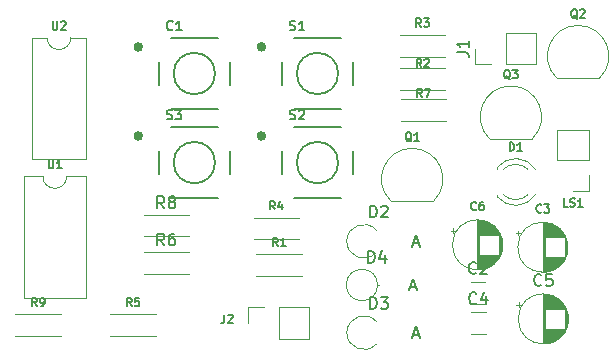
<source format=gbr>
%TF.GenerationSoftware,KiCad,Pcbnew,(5.1.12)-1*%
%TF.CreationDate,2023-08-23T15:12:03+05:30*%
%TF.ProjectId,Smart vibration sensor alaram,536d6172-7420-4766-9962-726174696f6e,rev?*%
%TF.SameCoordinates,Original*%
%TF.FileFunction,Legend,Top*%
%TF.FilePolarity,Positive*%
%FSLAX46Y46*%
G04 Gerber Fmt 4.6, Leading zero omitted, Abs format (unit mm)*
G04 Created by KiCad (PCBNEW (5.1.12)-1) date 2023-08-23 15:12:03*
%MOMM*%
%LPD*%
G01*
G04 APERTURE LIST*
%ADD10C,0.120000*%
%ADD11C,0.127000*%
%ADD12C,0.400000*%
%ADD13C,0.150000*%
G04 APERTURE END LIST*
D10*
%TO.C,R7*%
X137220000Y-82530000D02*
X141060000Y-82530000D01*
X137220000Y-84370000D02*
X141060000Y-84370000D01*
%TO.C,U2*%
X109285001Y-77345001D02*
G75*
G02*
X107285001Y-77345001I-1000000J0D01*
G01*
X107285001Y-77345001D02*
X106035001Y-77345001D01*
X106035001Y-77345001D02*
X106035001Y-87625001D01*
X106035001Y-87625001D02*
X110535001Y-87625001D01*
X110535001Y-87625001D02*
X110535001Y-77345001D01*
X110535001Y-77345001D02*
X109285001Y-77345001D01*
%TO.C,U1*%
X108935001Y-89095001D02*
G75*
G02*
X106935001Y-89095001I-1000000J0D01*
G01*
X106935001Y-89095001D02*
X105285001Y-89095001D01*
X105285001Y-89095001D02*
X105285001Y-99375001D01*
X105285001Y-99375001D02*
X110585001Y-99375001D01*
X110585001Y-99375001D02*
X110585001Y-89095001D01*
X110585001Y-89095001D02*
X108935001Y-89095001D01*
D11*
%TO.C,S3*%
X116750001Y-86915001D02*
X116750001Y-88915001D01*
X122750001Y-86915001D02*
X122750001Y-88915001D01*
X117750001Y-84915001D02*
X121750001Y-84915001D01*
X117750001Y-90915001D02*
X121750001Y-90915001D01*
X121500001Y-87915001D02*
G75*
G03*
X121500001Y-87915001I-1750000J0D01*
G01*
D12*
X115200001Y-85665001D02*
G75*
G03*
X115200001Y-85665001I-200000J0D01*
G01*
D11*
%TO.C,S2*%
X127170001Y-86915001D02*
X127170001Y-88915001D01*
X133170001Y-86915001D02*
X133170001Y-88915001D01*
X128170001Y-84915001D02*
X132170001Y-84915001D01*
X128170001Y-90915001D02*
X132170001Y-90915001D01*
X131920001Y-87915001D02*
G75*
G03*
X131920001Y-87915001I-1750000J0D01*
G01*
D12*
X125620001Y-85665001D02*
G75*
G03*
X125620001Y-85665001I-200000J0D01*
G01*
D11*
%TO.C,S1*%
X127170001Y-79375001D02*
X127170001Y-81375001D01*
X133170001Y-79375001D02*
X133170001Y-81375001D01*
X128170001Y-77375001D02*
X132170001Y-77375001D01*
X128170001Y-83375001D02*
X132170001Y-83375001D01*
X131920001Y-80375001D02*
G75*
G03*
X131920001Y-80375001I-1750000J0D01*
G01*
D12*
X125620001Y-78125001D02*
G75*
G03*
X125620001Y-78125001I-200000J0D01*
G01*
D10*
%TO.C,R9*%
X104595001Y-100755001D02*
X108435001Y-100755001D01*
X104595001Y-102595001D02*
X108435001Y-102595001D01*
%TO.C,R8*%
X115445001Y-92335001D02*
X119285001Y-92335001D01*
X115445001Y-94175001D02*
X119285001Y-94175001D01*
%TO.C,R6*%
X115445001Y-95485001D02*
X119285001Y-95485001D01*
X115445001Y-97325001D02*
X119285001Y-97325001D01*
%TO.C,R5*%
X112625001Y-100755001D02*
X116465001Y-100755001D01*
X112625001Y-102595001D02*
X116465001Y-102595001D01*
%TO.C,R4*%
X124770000Y-92570000D02*
X128610000Y-92570000D01*
X124770000Y-94410000D02*
X128610000Y-94410000D01*
%TO.C,R3*%
X137150000Y-77100000D02*
X140990000Y-77100000D01*
X137150000Y-78940000D02*
X140990000Y-78940000D01*
%TO.C,R2*%
X137120000Y-79950000D02*
X140960000Y-79950000D01*
X137120000Y-81790000D02*
X140960000Y-81790000D01*
%TO.C,R1*%
X125010000Y-95690000D02*
X128850000Y-95690000D01*
X125010000Y-97530000D02*
X128850000Y-97530000D01*
%TO.C,Q3*%
X148388478Y-85868478D02*
G75*
G03*
X146550000Y-81430000I-1838478J1838478D01*
G01*
X144711522Y-85868478D02*
G75*
G02*
X146550000Y-81430000I1838478J1838478D01*
G01*
X144750000Y-85880000D02*
X148350000Y-85880000D01*
%TO.C,Q2*%
X154078478Y-80738478D02*
G75*
G03*
X152240000Y-76300000I-1838478J1838478D01*
G01*
X150401522Y-80738478D02*
G75*
G02*
X152240000Y-76300000I1838478J1838478D01*
G01*
X150440000Y-80750000D02*
X154040000Y-80750000D01*
%TO.C,Q1*%
X140033479Y-91143479D02*
G75*
G03*
X138195001Y-86705001I-1838478J1838478D01*
G01*
X136356523Y-91143479D02*
G75*
G02*
X138195001Y-86705001I1838478J1838478D01*
G01*
X136395001Y-91155001D02*
X139995001Y-91155001D01*
%TO.C,LS1*%
X153140000Y-85130000D02*
X150480000Y-85130000D01*
X153140000Y-87730000D02*
X153140000Y-85130000D01*
X150480000Y-87730000D02*
X150480000Y-85130000D01*
X153140000Y-87730000D02*
X150480000Y-87730000D01*
X153140000Y-89000000D02*
X153140000Y-90330000D01*
X153140000Y-90330000D02*
X151810000Y-90330000D01*
%TO.C,J2*%
X126890000Y-102830000D02*
X126890000Y-100170000D01*
X126890000Y-102830000D02*
X129490000Y-102830000D01*
X129490000Y-102830000D02*
X129490000Y-100170000D01*
X126890000Y-100170000D02*
X129490000Y-100170000D01*
X124290000Y-100170000D02*
X125620000Y-100170000D01*
X124290000Y-101500000D02*
X124290000Y-100170000D01*
%TO.C,J1*%
X148710000Y-79590000D02*
X148710000Y-76930000D01*
X146110000Y-79590000D02*
X148710000Y-79590000D01*
X146110000Y-76930000D02*
X148710000Y-76930000D01*
X146110000Y-79590000D02*
X146110000Y-76930000D01*
X144840000Y-79590000D02*
X143510000Y-79590000D01*
X143510000Y-79590000D02*
X143510000Y-78260000D01*
%TO.C,D4*%
X135266371Y-98280000D02*
G75*
G03*
X135266371Y-98280000I-1326371J0D01*
G01*
X135266371Y-98280000D02*
X135380000Y-98280000D01*
%TO.C,D3*%
X135143850Y-103288866D02*
G75*
G02*
X135203239Y-101420000I-1053850J968866D01*
G01*
%TO.C,D2*%
X135133850Y-95548866D02*
G75*
G02*
X135193239Y-93680000I-1053850J968866D01*
G01*
%TO.C,D1*%
X147991130Y-90639837D02*
G75*
G02*
X145909039Y-90640000I-1041130J1079837D01*
G01*
X147991130Y-88480163D02*
G75*
G03*
X145909039Y-88480000I-1041130J-1079837D01*
G01*
X148622335Y-90638608D02*
G75*
G02*
X145390000Y-90795516I-1672335J1078608D01*
G01*
X148622335Y-88481392D02*
G75*
G03*
X145390000Y-88324484I-1672335J-1078608D01*
G01*
X145390000Y-88324000D02*
X145390000Y-88480000D01*
X145390000Y-90640000D02*
X145390000Y-90796000D01*
%TO.C,C6*%
X145840000Y-94880000D02*
G75*
G03*
X145840000Y-94880000I-2120000J0D01*
G01*
X143720000Y-92800000D02*
X143720000Y-96960000D01*
X143760000Y-92800000D02*
X143760000Y-96960000D01*
X143800000Y-92801000D02*
X143800000Y-96959000D01*
X143840000Y-92803000D02*
X143840000Y-96957000D01*
X143880000Y-92806000D02*
X143880000Y-96954000D01*
X143920000Y-92809000D02*
X143920000Y-94040000D01*
X143920000Y-95720000D02*
X143920000Y-96951000D01*
X143960000Y-92813000D02*
X143960000Y-94040000D01*
X143960000Y-95720000D02*
X143960000Y-96947000D01*
X144000000Y-92818000D02*
X144000000Y-94040000D01*
X144000000Y-95720000D02*
X144000000Y-96942000D01*
X144040000Y-92824000D02*
X144040000Y-94040000D01*
X144040000Y-95720000D02*
X144040000Y-96936000D01*
X144080000Y-92830000D02*
X144080000Y-94040000D01*
X144080000Y-95720000D02*
X144080000Y-96930000D01*
X144120000Y-92838000D02*
X144120000Y-94040000D01*
X144120000Y-95720000D02*
X144120000Y-96922000D01*
X144160000Y-92846000D02*
X144160000Y-94040000D01*
X144160000Y-95720000D02*
X144160000Y-96914000D01*
X144200000Y-92855000D02*
X144200000Y-94040000D01*
X144200000Y-95720000D02*
X144200000Y-96905000D01*
X144240000Y-92864000D02*
X144240000Y-94040000D01*
X144240000Y-95720000D02*
X144240000Y-96896000D01*
X144280000Y-92875000D02*
X144280000Y-94040000D01*
X144280000Y-95720000D02*
X144280000Y-96885000D01*
X144320000Y-92886000D02*
X144320000Y-94040000D01*
X144320000Y-95720000D02*
X144320000Y-96874000D01*
X144360000Y-92898000D02*
X144360000Y-94040000D01*
X144360000Y-95720000D02*
X144360000Y-96862000D01*
X144400000Y-92912000D02*
X144400000Y-94040000D01*
X144400000Y-95720000D02*
X144400000Y-96848000D01*
X144441000Y-92926000D02*
X144441000Y-94040000D01*
X144441000Y-95720000D02*
X144441000Y-96834000D01*
X144481000Y-92940000D02*
X144481000Y-94040000D01*
X144481000Y-95720000D02*
X144481000Y-96820000D01*
X144521000Y-92956000D02*
X144521000Y-94040000D01*
X144521000Y-95720000D02*
X144521000Y-96804000D01*
X144561000Y-92973000D02*
X144561000Y-94040000D01*
X144561000Y-95720000D02*
X144561000Y-96787000D01*
X144601000Y-92991000D02*
X144601000Y-94040000D01*
X144601000Y-95720000D02*
X144601000Y-96769000D01*
X144641000Y-93010000D02*
X144641000Y-94040000D01*
X144641000Y-95720000D02*
X144641000Y-96750000D01*
X144681000Y-93029000D02*
X144681000Y-94040000D01*
X144681000Y-95720000D02*
X144681000Y-96731000D01*
X144721000Y-93050000D02*
X144721000Y-94040000D01*
X144721000Y-95720000D02*
X144721000Y-96710000D01*
X144761000Y-93072000D02*
X144761000Y-94040000D01*
X144761000Y-95720000D02*
X144761000Y-96688000D01*
X144801000Y-93095000D02*
X144801000Y-94040000D01*
X144801000Y-95720000D02*
X144801000Y-96665000D01*
X144841000Y-93120000D02*
X144841000Y-94040000D01*
X144841000Y-95720000D02*
X144841000Y-96640000D01*
X144881000Y-93145000D02*
X144881000Y-94040000D01*
X144881000Y-95720000D02*
X144881000Y-96615000D01*
X144921000Y-93172000D02*
X144921000Y-94040000D01*
X144921000Y-95720000D02*
X144921000Y-96588000D01*
X144961000Y-93200000D02*
X144961000Y-94040000D01*
X144961000Y-95720000D02*
X144961000Y-96560000D01*
X145001000Y-93230000D02*
X145001000Y-94040000D01*
X145001000Y-95720000D02*
X145001000Y-96530000D01*
X145041000Y-93261000D02*
X145041000Y-94040000D01*
X145041000Y-95720000D02*
X145041000Y-96499000D01*
X145081000Y-93293000D02*
X145081000Y-94040000D01*
X145081000Y-95720000D02*
X145081000Y-96467000D01*
X145121000Y-93328000D02*
X145121000Y-94040000D01*
X145121000Y-95720000D02*
X145121000Y-96432000D01*
X145161000Y-93364000D02*
X145161000Y-94040000D01*
X145161000Y-95720000D02*
X145161000Y-96396000D01*
X145201000Y-93402000D02*
X145201000Y-94040000D01*
X145201000Y-95720000D02*
X145201000Y-96358000D01*
X145241000Y-93442000D02*
X145241000Y-94040000D01*
X145241000Y-95720000D02*
X145241000Y-96318000D01*
X145281000Y-93484000D02*
X145281000Y-94040000D01*
X145281000Y-95720000D02*
X145281000Y-96276000D01*
X145321000Y-93529000D02*
X145321000Y-94040000D01*
X145321000Y-95720000D02*
X145321000Y-96231000D01*
X145361000Y-93576000D02*
X145361000Y-94040000D01*
X145361000Y-95720000D02*
X145361000Y-96184000D01*
X145401000Y-93626000D02*
X145401000Y-94040000D01*
X145401000Y-95720000D02*
X145401000Y-96134000D01*
X145441000Y-93680000D02*
X145441000Y-94040000D01*
X145441000Y-95720000D02*
X145441000Y-96080000D01*
X145481000Y-93738000D02*
X145481000Y-94040000D01*
X145481000Y-95720000D02*
X145481000Y-96022000D01*
X145521000Y-93800000D02*
X145521000Y-94040000D01*
X145521000Y-95720000D02*
X145521000Y-95960000D01*
X145561000Y-93867000D02*
X145561000Y-95893000D01*
X145601000Y-93940000D02*
X145601000Y-95820000D01*
X145641000Y-94021000D02*
X145641000Y-95739000D01*
X145681000Y-94112000D02*
X145681000Y-95648000D01*
X145721000Y-94216000D02*
X145721000Y-95544000D01*
X145761000Y-94343000D02*
X145761000Y-95417000D01*
X145801000Y-94510000D02*
X145801000Y-95250000D01*
X141450199Y-93685000D02*
X141850199Y-93685000D01*
X141650199Y-93485000D02*
X141650199Y-93885000D01*
%TO.C,C5*%
X151410000Y-101150000D02*
G75*
G03*
X151410000Y-101150000I-2120000J0D01*
G01*
X149290000Y-99070000D02*
X149290000Y-103230000D01*
X149330000Y-99070000D02*
X149330000Y-103230000D01*
X149370000Y-99071000D02*
X149370000Y-103229000D01*
X149410000Y-99073000D02*
X149410000Y-103227000D01*
X149450000Y-99076000D02*
X149450000Y-103224000D01*
X149490000Y-99079000D02*
X149490000Y-100310000D01*
X149490000Y-101990000D02*
X149490000Y-103221000D01*
X149530000Y-99083000D02*
X149530000Y-100310000D01*
X149530000Y-101990000D02*
X149530000Y-103217000D01*
X149570000Y-99088000D02*
X149570000Y-100310000D01*
X149570000Y-101990000D02*
X149570000Y-103212000D01*
X149610000Y-99094000D02*
X149610000Y-100310000D01*
X149610000Y-101990000D02*
X149610000Y-103206000D01*
X149650000Y-99100000D02*
X149650000Y-100310000D01*
X149650000Y-101990000D02*
X149650000Y-103200000D01*
X149690000Y-99108000D02*
X149690000Y-100310000D01*
X149690000Y-101990000D02*
X149690000Y-103192000D01*
X149730000Y-99116000D02*
X149730000Y-100310000D01*
X149730000Y-101990000D02*
X149730000Y-103184000D01*
X149770000Y-99125000D02*
X149770000Y-100310000D01*
X149770000Y-101990000D02*
X149770000Y-103175000D01*
X149810000Y-99134000D02*
X149810000Y-100310000D01*
X149810000Y-101990000D02*
X149810000Y-103166000D01*
X149850000Y-99145000D02*
X149850000Y-100310000D01*
X149850000Y-101990000D02*
X149850000Y-103155000D01*
X149890000Y-99156000D02*
X149890000Y-100310000D01*
X149890000Y-101990000D02*
X149890000Y-103144000D01*
X149930000Y-99168000D02*
X149930000Y-100310000D01*
X149930000Y-101990000D02*
X149930000Y-103132000D01*
X149970000Y-99182000D02*
X149970000Y-100310000D01*
X149970000Y-101990000D02*
X149970000Y-103118000D01*
X150011000Y-99196000D02*
X150011000Y-100310000D01*
X150011000Y-101990000D02*
X150011000Y-103104000D01*
X150051000Y-99210000D02*
X150051000Y-100310000D01*
X150051000Y-101990000D02*
X150051000Y-103090000D01*
X150091000Y-99226000D02*
X150091000Y-100310000D01*
X150091000Y-101990000D02*
X150091000Y-103074000D01*
X150131000Y-99243000D02*
X150131000Y-100310000D01*
X150131000Y-101990000D02*
X150131000Y-103057000D01*
X150171000Y-99261000D02*
X150171000Y-100310000D01*
X150171000Y-101990000D02*
X150171000Y-103039000D01*
X150211000Y-99280000D02*
X150211000Y-100310000D01*
X150211000Y-101990000D02*
X150211000Y-103020000D01*
X150251000Y-99299000D02*
X150251000Y-100310000D01*
X150251000Y-101990000D02*
X150251000Y-103001000D01*
X150291000Y-99320000D02*
X150291000Y-100310000D01*
X150291000Y-101990000D02*
X150291000Y-102980000D01*
X150331000Y-99342000D02*
X150331000Y-100310000D01*
X150331000Y-101990000D02*
X150331000Y-102958000D01*
X150371000Y-99365000D02*
X150371000Y-100310000D01*
X150371000Y-101990000D02*
X150371000Y-102935000D01*
X150411000Y-99390000D02*
X150411000Y-100310000D01*
X150411000Y-101990000D02*
X150411000Y-102910000D01*
X150451000Y-99415000D02*
X150451000Y-100310000D01*
X150451000Y-101990000D02*
X150451000Y-102885000D01*
X150491000Y-99442000D02*
X150491000Y-100310000D01*
X150491000Y-101990000D02*
X150491000Y-102858000D01*
X150531000Y-99470000D02*
X150531000Y-100310000D01*
X150531000Y-101990000D02*
X150531000Y-102830000D01*
X150571000Y-99500000D02*
X150571000Y-100310000D01*
X150571000Y-101990000D02*
X150571000Y-102800000D01*
X150611000Y-99531000D02*
X150611000Y-100310000D01*
X150611000Y-101990000D02*
X150611000Y-102769000D01*
X150651000Y-99563000D02*
X150651000Y-100310000D01*
X150651000Y-101990000D02*
X150651000Y-102737000D01*
X150691000Y-99598000D02*
X150691000Y-100310000D01*
X150691000Y-101990000D02*
X150691000Y-102702000D01*
X150731000Y-99634000D02*
X150731000Y-100310000D01*
X150731000Y-101990000D02*
X150731000Y-102666000D01*
X150771000Y-99672000D02*
X150771000Y-100310000D01*
X150771000Y-101990000D02*
X150771000Y-102628000D01*
X150811000Y-99712000D02*
X150811000Y-100310000D01*
X150811000Y-101990000D02*
X150811000Y-102588000D01*
X150851000Y-99754000D02*
X150851000Y-100310000D01*
X150851000Y-101990000D02*
X150851000Y-102546000D01*
X150891000Y-99799000D02*
X150891000Y-100310000D01*
X150891000Y-101990000D02*
X150891000Y-102501000D01*
X150931000Y-99846000D02*
X150931000Y-100310000D01*
X150931000Y-101990000D02*
X150931000Y-102454000D01*
X150971000Y-99896000D02*
X150971000Y-100310000D01*
X150971000Y-101990000D02*
X150971000Y-102404000D01*
X151011000Y-99950000D02*
X151011000Y-100310000D01*
X151011000Y-101990000D02*
X151011000Y-102350000D01*
X151051000Y-100008000D02*
X151051000Y-100310000D01*
X151051000Y-101990000D02*
X151051000Y-102292000D01*
X151091000Y-100070000D02*
X151091000Y-100310000D01*
X151091000Y-101990000D02*
X151091000Y-102230000D01*
X151131000Y-100137000D02*
X151131000Y-102163000D01*
X151171000Y-100210000D02*
X151171000Y-102090000D01*
X151211000Y-100291000D02*
X151211000Y-102009000D01*
X151251000Y-100382000D02*
X151251000Y-101918000D01*
X151291000Y-100486000D02*
X151291000Y-101814000D01*
X151331000Y-100613000D02*
X151331000Y-101687000D01*
X151371000Y-100780000D02*
X151371000Y-101520000D01*
X147020199Y-99955000D02*
X147420199Y-99955000D01*
X147220199Y-99755000D02*
X147220199Y-100155000D01*
%TO.C,C4*%
X143161000Y-100590000D02*
X144419000Y-100590000D01*
X143161000Y-102430000D02*
X144419000Y-102430000D01*
%TO.C,C3*%
X151370000Y-95080000D02*
G75*
G03*
X151370000Y-95080000I-2120000J0D01*
G01*
X149250000Y-93000000D02*
X149250000Y-97160000D01*
X149290000Y-93000000D02*
X149290000Y-97160000D01*
X149330000Y-93001000D02*
X149330000Y-97159000D01*
X149370000Y-93003000D02*
X149370000Y-97157000D01*
X149410000Y-93006000D02*
X149410000Y-97154000D01*
X149450000Y-93009000D02*
X149450000Y-94240000D01*
X149450000Y-95920000D02*
X149450000Y-97151000D01*
X149490000Y-93013000D02*
X149490000Y-94240000D01*
X149490000Y-95920000D02*
X149490000Y-97147000D01*
X149530000Y-93018000D02*
X149530000Y-94240000D01*
X149530000Y-95920000D02*
X149530000Y-97142000D01*
X149570000Y-93024000D02*
X149570000Y-94240000D01*
X149570000Y-95920000D02*
X149570000Y-97136000D01*
X149610000Y-93030000D02*
X149610000Y-94240000D01*
X149610000Y-95920000D02*
X149610000Y-97130000D01*
X149650000Y-93038000D02*
X149650000Y-94240000D01*
X149650000Y-95920000D02*
X149650000Y-97122000D01*
X149690000Y-93046000D02*
X149690000Y-94240000D01*
X149690000Y-95920000D02*
X149690000Y-97114000D01*
X149730000Y-93055000D02*
X149730000Y-94240000D01*
X149730000Y-95920000D02*
X149730000Y-97105000D01*
X149770000Y-93064000D02*
X149770000Y-94240000D01*
X149770000Y-95920000D02*
X149770000Y-97096000D01*
X149810000Y-93075000D02*
X149810000Y-94240000D01*
X149810000Y-95920000D02*
X149810000Y-97085000D01*
X149850000Y-93086000D02*
X149850000Y-94240000D01*
X149850000Y-95920000D02*
X149850000Y-97074000D01*
X149890000Y-93098000D02*
X149890000Y-94240000D01*
X149890000Y-95920000D02*
X149890000Y-97062000D01*
X149930000Y-93112000D02*
X149930000Y-94240000D01*
X149930000Y-95920000D02*
X149930000Y-97048000D01*
X149971000Y-93126000D02*
X149971000Y-94240000D01*
X149971000Y-95920000D02*
X149971000Y-97034000D01*
X150011000Y-93140000D02*
X150011000Y-94240000D01*
X150011000Y-95920000D02*
X150011000Y-97020000D01*
X150051000Y-93156000D02*
X150051000Y-94240000D01*
X150051000Y-95920000D02*
X150051000Y-97004000D01*
X150091000Y-93173000D02*
X150091000Y-94240000D01*
X150091000Y-95920000D02*
X150091000Y-96987000D01*
X150131000Y-93191000D02*
X150131000Y-94240000D01*
X150131000Y-95920000D02*
X150131000Y-96969000D01*
X150171000Y-93210000D02*
X150171000Y-94240000D01*
X150171000Y-95920000D02*
X150171000Y-96950000D01*
X150211000Y-93229000D02*
X150211000Y-94240000D01*
X150211000Y-95920000D02*
X150211000Y-96931000D01*
X150251000Y-93250000D02*
X150251000Y-94240000D01*
X150251000Y-95920000D02*
X150251000Y-96910000D01*
X150291000Y-93272000D02*
X150291000Y-94240000D01*
X150291000Y-95920000D02*
X150291000Y-96888000D01*
X150331000Y-93295000D02*
X150331000Y-94240000D01*
X150331000Y-95920000D02*
X150331000Y-96865000D01*
X150371000Y-93320000D02*
X150371000Y-94240000D01*
X150371000Y-95920000D02*
X150371000Y-96840000D01*
X150411000Y-93345000D02*
X150411000Y-94240000D01*
X150411000Y-95920000D02*
X150411000Y-96815000D01*
X150451000Y-93372000D02*
X150451000Y-94240000D01*
X150451000Y-95920000D02*
X150451000Y-96788000D01*
X150491000Y-93400000D02*
X150491000Y-94240000D01*
X150491000Y-95920000D02*
X150491000Y-96760000D01*
X150531000Y-93430000D02*
X150531000Y-94240000D01*
X150531000Y-95920000D02*
X150531000Y-96730000D01*
X150571000Y-93461000D02*
X150571000Y-94240000D01*
X150571000Y-95920000D02*
X150571000Y-96699000D01*
X150611000Y-93493000D02*
X150611000Y-94240000D01*
X150611000Y-95920000D02*
X150611000Y-96667000D01*
X150651000Y-93528000D02*
X150651000Y-94240000D01*
X150651000Y-95920000D02*
X150651000Y-96632000D01*
X150691000Y-93564000D02*
X150691000Y-94240000D01*
X150691000Y-95920000D02*
X150691000Y-96596000D01*
X150731000Y-93602000D02*
X150731000Y-94240000D01*
X150731000Y-95920000D02*
X150731000Y-96558000D01*
X150771000Y-93642000D02*
X150771000Y-94240000D01*
X150771000Y-95920000D02*
X150771000Y-96518000D01*
X150811000Y-93684000D02*
X150811000Y-94240000D01*
X150811000Y-95920000D02*
X150811000Y-96476000D01*
X150851000Y-93729000D02*
X150851000Y-94240000D01*
X150851000Y-95920000D02*
X150851000Y-96431000D01*
X150891000Y-93776000D02*
X150891000Y-94240000D01*
X150891000Y-95920000D02*
X150891000Y-96384000D01*
X150931000Y-93826000D02*
X150931000Y-94240000D01*
X150931000Y-95920000D02*
X150931000Y-96334000D01*
X150971000Y-93880000D02*
X150971000Y-94240000D01*
X150971000Y-95920000D02*
X150971000Y-96280000D01*
X151011000Y-93938000D02*
X151011000Y-94240000D01*
X151011000Y-95920000D02*
X151011000Y-96222000D01*
X151051000Y-94000000D02*
X151051000Y-94240000D01*
X151051000Y-95920000D02*
X151051000Y-96160000D01*
X151091000Y-94067000D02*
X151091000Y-96093000D01*
X151131000Y-94140000D02*
X151131000Y-96020000D01*
X151171000Y-94221000D02*
X151171000Y-95939000D01*
X151211000Y-94312000D02*
X151211000Y-95848000D01*
X151251000Y-94416000D02*
X151251000Y-95744000D01*
X151291000Y-94543000D02*
X151291000Y-95617000D01*
X151331000Y-94710000D02*
X151331000Y-95450000D01*
X146980199Y-93885000D02*
X147380199Y-93885000D01*
X147180199Y-93685000D02*
X147180199Y-94085000D01*
%TO.C,C2*%
X143141000Y-98020000D02*
X144399000Y-98020000D01*
X143141000Y-99860000D02*
X144399000Y-99860000D01*
D11*
%TO.C,C1*%
X116750001Y-79375001D02*
X116750001Y-81375001D01*
X122750001Y-79375001D02*
X122750001Y-81375001D01*
X117750001Y-77375001D02*
X121750001Y-77375001D01*
X117750001Y-83375001D02*
X121750001Y-83375001D01*
X121500001Y-80375001D02*
G75*
G03*
X121500001Y-80375001I-1750000J0D01*
G01*
D12*
X115200001Y-78125001D02*
G75*
G03*
X115200001Y-78125001I-200000J0D01*
G01*
%TO.C,R7*%
D13*
X139023333Y-82366666D02*
X138790000Y-82033333D01*
X138623333Y-82366666D02*
X138623333Y-81666666D01*
X138890000Y-81666666D01*
X138956666Y-81700000D01*
X138990000Y-81733333D01*
X139023333Y-81800000D01*
X139023333Y-81900000D01*
X138990000Y-81966666D01*
X138956666Y-82000000D01*
X138890000Y-82033333D01*
X138623333Y-82033333D01*
X139256666Y-81666666D02*
X139723333Y-81666666D01*
X139423333Y-82366666D01*
%TO.C,U2*%
X107751667Y-75961667D02*
X107751667Y-76528334D01*
X107785001Y-76595001D01*
X107818334Y-76628334D01*
X107885001Y-76661667D01*
X108018334Y-76661667D01*
X108085001Y-76628334D01*
X108118334Y-76595001D01*
X108151667Y-76528334D01*
X108151667Y-75961667D01*
X108451667Y-76028334D02*
X108485001Y-75995001D01*
X108551667Y-75961667D01*
X108718334Y-75961667D01*
X108785001Y-75995001D01*
X108818334Y-76028334D01*
X108851667Y-76095001D01*
X108851667Y-76161667D01*
X108818334Y-76261667D01*
X108418334Y-76661667D01*
X108851667Y-76661667D01*
%TO.C,U1*%
X107401667Y-87711667D02*
X107401667Y-88278334D01*
X107435001Y-88345001D01*
X107468334Y-88378334D01*
X107535001Y-88411667D01*
X107668334Y-88411667D01*
X107735001Y-88378334D01*
X107768334Y-88345001D01*
X107801667Y-88278334D01*
X107801667Y-87711667D01*
X108501667Y-88411667D02*
X108101667Y-88411667D01*
X108301667Y-88411667D02*
X108301667Y-87711667D01*
X108235001Y-87811667D01*
X108168334Y-87878334D01*
X108101667Y-87911667D01*
%TO.C,S3*%
X117426985Y-84225285D02*
X117541441Y-84263437D01*
X117732203Y-84263437D01*
X117808507Y-84225285D01*
X117846659Y-84187132D01*
X117884812Y-84110828D01*
X117884812Y-84034523D01*
X117846659Y-83958219D01*
X117808507Y-83920067D01*
X117732203Y-83881914D01*
X117579594Y-83843762D01*
X117503289Y-83805610D01*
X117465137Y-83767458D01*
X117426985Y-83691153D01*
X117426985Y-83614849D01*
X117465137Y-83538544D01*
X117503289Y-83500392D01*
X117579594Y-83462240D01*
X117770355Y-83462240D01*
X117884812Y-83500392D01*
X118151877Y-83462240D02*
X118647856Y-83462240D01*
X118380791Y-83767458D01*
X118495247Y-83767458D01*
X118571552Y-83805610D01*
X118609704Y-83843762D01*
X118647856Y-83920067D01*
X118647856Y-84110828D01*
X118609704Y-84187132D01*
X118571552Y-84225285D01*
X118495247Y-84263437D01*
X118266334Y-84263437D01*
X118190029Y-84225285D01*
X118151877Y-84187132D01*
%TO.C,S2*%
X127846985Y-84225285D02*
X127961441Y-84263437D01*
X128152203Y-84263437D01*
X128228507Y-84225285D01*
X128266659Y-84187132D01*
X128304812Y-84110828D01*
X128304812Y-84034523D01*
X128266659Y-83958219D01*
X128228507Y-83920067D01*
X128152203Y-83881914D01*
X127999594Y-83843762D01*
X127923289Y-83805610D01*
X127885137Y-83767458D01*
X127846985Y-83691153D01*
X127846985Y-83614849D01*
X127885137Y-83538544D01*
X127923289Y-83500392D01*
X127999594Y-83462240D01*
X128190355Y-83462240D01*
X128304812Y-83500392D01*
X128610029Y-83538544D02*
X128648182Y-83500392D01*
X128724486Y-83462240D01*
X128915247Y-83462240D01*
X128991552Y-83500392D01*
X129029704Y-83538544D01*
X129067856Y-83614849D01*
X129067856Y-83691153D01*
X129029704Y-83805610D01*
X128571877Y-84263437D01*
X129067856Y-84263437D01*
%TO.C,S1*%
X127846985Y-76685285D02*
X127961441Y-76723437D01*
X128152203Y-76723437D01*
X128228507Y-76685285D01*
X128266659Y-76647132D01*
X128304812Y-76570828D01*
X128304812Y-76494523D01*
X128266659Y-76418219D01*
X128228507Y-76380067D01*
X128152203Y-76341914D01*
X127999594Y-76303762D01*
X127923289Y-76265610D01*
X127885137Y-76227458D01*
X127846985Y-76151153D01*
X127846985Y-76074849D01*
X127885137Y-75998544D01*
X127923289Y-75960392D01*
X127999594Y-75922240D01*
X128190355Y-75922240D01*
X128304812Y-75960392D01*
X129067856Y-76723437D02*
X128610029Y-76723437D01*
X128838943Y-76723437D02*
X128838943Y-75922240D01*
X128762638Y-76036696D01*
X128686334Y-76113001D01*
X128610029Y-76151153D01*
%TO.C,R9*%
X106398334Y-100071667D02*
X106165001Y-99738334D01*
X105998334Y-100071667D02*
X105998334Y-99371667D01*
X106265001Y-99371667D01*
X106331667Y-99405001D01*
X106365001Y-99438334D01*
X106398334Y-99505001D01*
X106398334Y-99605001D01*
X106365001Y-99671667D01*
X106331667Y-99705001D01*
X106265001Y-99738334D01*
X105998334Y-99738334D01*
X106731667Y-100071667D02*
X106865001Y-100071667D01*
X106931667Y-100038334D01*
X106965001Y-100005001D01*
X107031667Y-99905001D01*
X107065001Y-99771667D01*
X107065001Y-99505001D01*
X107031667Y-99438334D01*
X106998334Y-99405001D01*
X106931667Y-99371667D01*
X106798334Y-99371667D01*
X106731667Y-99405001D01*
X106698334Y-99438334D01*
X106665001Y-99505001D01*
X106665001Y-99671667D01*
X106698334Y-99738334D01*
X106731667Y-99771667D01*
X106798334Y-99805001D01*
X106931667Y-99805001D01*
X106998334Y-99771667D01*
X107031667Y-99738334D01*
X107065001Y-99671667D01*
%TO.C,R8*%
X117198334Y-91787381D02*
X116865001Y-91311191D01*
X116626905Y-91787381D02*
X116626905Y-90787381D01*
X117007858Y-90787381D01*
X117103096Y-90835001D01*
X117150715Y-90882620D01*
X117198334Y-90977858D01*
X117198334Y-91120715D01*
X117150715Y-91215953D01*
X117103096Y-91263572D01*
X117007858Y-91311191D01*
X116626905Y-91311191D01*
X117769762Y-91215953D02*
X117674524Y-91168334D01*
X117626905Y-91120715D01*
X117579286Y-91025477D01*
X117579286Y-90977858D01*
X117626905Y-90882620D01*
X117674524Y-90835001D01*
X117769762Y-90787381D01*
X117960239Y-90787381D01*
X118055477Y-90835001D01*
X118103096Y-90882620D01*
X118150715Y-90977858D01*
X118150715Y-91025477D01*
X118103096Y-91120715D01*
X118055477Y-91168334D01*
X117960239Y-91215953D01*
X117769762Y-91215953D01*
X117674524Y-91263572D01*
X117626905Y-91311191D01*
X117579286Y-91406429D01*
X117579286Y-91596905D01*
X117626905Y-91692143D01*
X117674524Y-91739762D01*
X117769762Y-91787381D01*
X117960239Y-91787381D01*
X118055477Y-91739762D01*
X118103096Y-91692143D01*
X118150715Y-91596905D01*
X118150715Y-91406429D01*
X118103096Y-91311191D01*
X118055477Y-91263572D01*
X117960239Y-91215953D01*
%TO.C,R6*%
X117198334Y-94937381D02*
X116865001Y-94461191D01*
X116626905Y-94937381D02*
X116626905Y-93937381D01*
X117007858Y-93937381D01*
X117103096Y-93985001D01*
X117150715Y-94032620D01*
X117198334Y-94127858D01*
X117198334Y-94270715D01*
X117150715Y-94365953D01*
X117103096Y-94413572D01*
X117007858Y-94461191D01*
X116626905Y-94461191D01*
X118055477Y-93937381D02*
X117865001Y-93937381D01*
X117769762Y-93985001D01*
X117722143Y-94032620D01*
X117626905Y-94175477D01*
X117579286Y-94365953D01*
X117579286Y-94746905D01*
X117626905Y-94842143D01*
X117674524Y-94889762D01*
X117769762Y-94937381D01*
X117960239Y-94937381D01*
X118055477Y-94889762D01*
X118103096Y-94842143D01*
X118150715Y-94746905D01*
X118150715Y-94508810D01*
X118103096Y-94413572D01*
X118055477Y-94365953D01*
X117960239Y-94318334D01*
X117769762Y-94318334D01*
X117674524Y-94365953D01*
X117626905Y-94413572D01*
X117579286Y-94508810D01*
%TO.C,R5*%
X114428334Y-100071667D02*
X114195001Y-99738334D01*
X114028334Y-100071667D02*
X114028334Y-99371667D01*
X114295001Y-99371667D01*
X114361667Y-99405001D01*
X114395001Y-99438334D01*
X114428334Y-99505001D01*
X114428334Y-99605001D01*
X114395001Y-99671667D01*
X114361667Y-99705001D01*
X114295001Y-99738334D01*
X114028334Y-99738334D01*
X115061667Y-99371667D02*
X114728334Y-99371667D01*
X114695001Y-99705001D01*
X114728334Y-99671667D01*
X114795001Y-99638334D01*
X114961667Y-99638334D01*
X115028334Y-99671667D01*
X115061667Y-99705001D01*
X115095001Y-99771667D01*
X115095001Y-99938334D01*
X115061667Y-100005001D01*
X115028334Y-100038334D01*
X114961667Y-100071667D01*
X114795001Y-100071667D01*
X114728334Y-100038334D01*
X114695001Y-100005001D01*
%TO.C,R4*%
X126573333Y-91886666D02*
X126340000Y-91553333D01*
X126173333Y-91886666D02*
X126173333Y-91186666D01*
X126440000Y-91186666D01*
X126506666Y-91220000D01*
X126540000Y-91253333D01*
X126573333Y-91320000D01*
X126573333Y-91420000D01*
X126540000Y-91486666D01*
X126506666Y-91520000D01*
X126440000Y-91553333D01*
X126173333Y-91553333D01*
X127173333Y-91420000D02*
X127173333Y-91886666D01*
X127006666Y-91153333D02*
X126840000Y-91653333D01*
X127273333Y-91653333D01*
%TO.C,R3*%
X138953333Y-76416666D02*
X138720000Y-76083333D01*
X138553333Y-76416666D02*
X138553333Y-75716666D01*
X138820000Y-75716666D01*
X138886666Y-75750000D01*
X138920000Y-75783333D01*
X138953333Y-75850000D01*
X138953333Y-75950000D01*
X138920000Y-76016666D01*
X138886666Y-76050000D01*
X138820000Y-76083333D01*
X138553333Y-76083333D01*
X139186666Y-75716666D02*
X139620000Y-75716666D01*
X139386666Y-75983333D01*
X139486666Y-75983333D01*
X139553333Y-76016666D01*
X139586666Y-76050000D01*
X139620000Y-76116666D01*
X139620000Y-76283333D01*
X139586666Y-76350000D01*
X139553333Y-76383333D01*
X139486666Y-76416666D01*
X139286666Y-76416666D01*
X139220000Y-76383333D01*
X139186666Y-76350000D01*
%TO.C,R2*%
X138963333Y-79826666D02*
X138730000Y-79493333D01*
X138563333Y-79826666D02*
X138563333Y-79126666D01*
X138830000Y-79126666D01*
X138896666Y-79160000D01*
X138930000Y-79193333D01*
X138963333Y-79260000D01*
X138963333Y-79360000D01*
X138930000Y-79426666D01*
X138896666Y-79460000D01*
X138830000Y-79493333D01*
X138563333Y-79493333D01*
X139230000Y-79193333D02*
X139263333Y-79160000D01*
X139330000Y-79126666D01*
X139496666Y-79126666D01*
X139563333Y-79160000D01*
X139596666Y-79193333D01*
X139630000Y-79260000D01*
X139630000Y-79326666D01*
X139596666Y-79426666D01*
X139196666Y-79826666D01*
X139630000Y-79826666D01*
%TO.C,R1*%
X126813333Y-95006666D02*
X126580000Y-94673333D01*
X126413333Y-95006666D02*
X126413333Y-94306666D01*
X126680000Y-94306666D01*
X126746666Y-94340000D01*
X126780000Y-94373333D01*
X126813333Y-94440000D01*
X126813333Y-94540000D01*
X126780000Y-94606666D01*
X126746666Y-94640000D01*
X126680000Y-94673333D01*
X126413333Y-94673333D01*
X127480000Y-95006666D02*
X127080000Y-95006666D01*
X127280000Y-95006666D02*
X127280000Y-94306666D01*
X127213333Y-94406666D01*
X127146666Y-94473333D01*
X127080000Y-94506666D01*
%TO.C,Q3*%
X146483333Y-80853333D02*
X146416666Y-80820000D01*
X146350000Y-80753333D01*
X146250000Y-80653333D01*
X146183333Y-80620000D01*
X146116666Y-80620000D01*
X146150000Y-80786666D02*
X146083333Y-80753333D01*
X146016666Y-80686666D01*
X145983333Y-80553333D01*
X145983333Y-80320000D01*
X146016666Y-80186666D01*
X146083333Y-80120000D01*
X146150000Y-80086666D01*
X146283333Y-80086666D01*
X146350000Y-80120000D01*
X146416666Y-80186666D01*
X146450000Y-80320000D01*
X146450000Y-80553333D01*
X146416666Y-80686666D01*
X146350000Y-80753333D01*
X146283333Y-80786666D01*
X146150000Y-80786666D01*
X146683333Y-80086666D02*
X147116666Y-80086666D01*
X146883333Y-80353333D01*
X146983333Y-80353333D01*
X147050000Y-80386666D01*
X147083333Y-80420000D01*
X147116666Y-80486666D01*
X147116666Y-80653333D01*
X147083333Y-80720000D01*
X147050000Y-80753333D01*
X146983333Y-80786666D01*
X146783333Y-80786666D01*
X146716666Y-80753333D01*
X146683333Y-80720000D01*
%TO.C,Q2*%
X152173333Y-75723333D02*
X152106666Y-75690000D01*
X152040000Y-75623333D01*
X151940000Y-75523333D01*
X151873333Y-75490000D01*
X151806666Y-75490000D01*
X151840000Y-75656666D02*
X151773333Y-75623333D01*
X151706666Y-75556666D01*
X151673333Y-75423333D01*
X151673333Y-75190000D01*
X151706666Y-75056666D01*
X151773333Y-74990000D01*
X151840000Y-74956666D01*
X151973333Y-74956666D01*
X152040000Y-74990000D01*
X152106666Y-75056666D01*
X152140000Y-75190000D01*
X152140000Y-75423333D01*
X152106666Y-75556666D01*
X152040000Y-75623333D01*
X151973333Y-75656666D01*
X151840000Y-75656666D01*
X152406666Y-75023333D02*
X152440000Y-74990000D01*
X152506666Y-74956666D01*
X152673333Y-74956666D01*
X152740000Y-74990000D01*
X152773333Y-75023333D01*
X152806666Y-75090000D01*
X152806666Y-75156666D01*
X152773333Y-75256666D01*
X152373333Y-75656666D01*
X152806666Y-75656666D01*
%TO.C,Q1*%
X138128334Y-86128334D02*
X138061667Y-86095001D01*
X137995001Y-86028334D01*
X137895001Y-85928334D01*
X137828334Y-85895001D01*
X137761667Y-85895001D01*
X137795001Y-86061667D02*
X137728334Y-86028334D01*
X137661667Y-85961667D01*
X137628334Y-85828334D01*
X137628334Y-85595001D01*
X137661667Y-85461667D01*
X137728334Y-85395001D01*
X137795001Y-85361667D01*
X137928334Y-85361667D01*
X137995001Y-85395001D01*
X138061667Y-85461667D01*
X138095001Y-85595001D01*
X138095001Y-85828334D01*
X138061667Y-85961667D01*
X137995001Y-86028334D01*
X137928334Y-86061667D01*
X137795001Y-86061667D01*
X138761667Y-86061667D02*
X138361667Y-86061667D01*
X138561667Y-86061667D02*
X138561667Y-85361667D01*
X138495001Y-85461667D01*
X138428334Y-85528334D01*
X138361667Y-85561667D01*
%TO.C,LS1*%
X151360000Y-91646666D02*
X151026666Y-91646666D01*
X151026666Y-90946666D01*
X151560000Y-91613333D02*
X151660000Y-91646666D01*
X151826666Y-91646666D01*
X151893333Y-91613333D01*
X151926666Y-91580000D01*
X151960000Y-91513333D01*
X151960000Y-91446666D01*
X151926666Y-91380000D01*
X151893333Y-91346666D01*
X151826666Y-91313333D01*
X151693333Y-91280000D01*
X151626666Y-91246666D01*
X151593333Y-91213333D01*
X151560000Y-91146666D01*
X151560000Y-91080000D01*
X151593333Y-91013333D01*
X151626666Y-90980000D01*
X151693333Y-90946666D01*
X151860000Y-90946666D01*
X151960000Y-90980000D01*
X152626666Y-91646666D02*
X152226666Y-91646666D01*
X152426666Y-91646666D02*
X152426666Y-90946666D01*
X152360000Y-91046666D01*
X152293333Y-91113333D01*
X152226666Y-91146666D01*
%TO.C,J2*%
X122296666Y-100796666D02*
X122296666Y-101296666D01*
X122263333Y-101396666D01*
X122196666Y-101463333D01*
X122096666Y-101496666D01*
X122030000Y-101496666D01*
X122596666Y-100863333D02*
X122630000Y-100830000D01*
X122696666Y-100796666D01*
X122863333Y-100796666D01*
X122930000Y-100830000D01*
X122963333Y-100863333D01*
X122996666Y-100930000D01*
X122996666Y-100996666D01*
X122963333Y-101096666D01*
X122563333Y-101496666D01*
X122996666Y-101496666D01*
%TO.C,J1*%
X141962380Y-78593333D02*
X142676666Y-78593333D01*
X142819523Y-78640952D01*
X142914761Y-78736190D01*
X142962380Y-78879047D01*
X142962380Y-78974285D01*
X142962380Y-77593333D02*
X142962380Y-78164761D01*
X142962380Y-77879047D02*
X141962380Y-77879047D01*
X142105238Y-77974285D01*
X142200476Y-78069523D01*
X142248095Y-78164761D01*
%TO.C,D4*%
X134471904Y-96406009D02*
X134471904Y-95406009D01*
X134710000Y-95406009D01*
X134852857Y-95453629D01*
X134948095Y-95548867D01*
X134995714Y-95644105D01*
X135043333Y-95834581D01*
X135043333Y-95977438D01*
X134995714Y-96167914D01*
X134948095Y-96263152D01*
X134852857Y-96358390D01*
X134710000Y-96406009D01*
X134471904Y-96406009D01*
X135900476Y-95739343D02*
X135900476Y-96406009D01*
X135662380Y-95358390D02*
X135424285Y-96072676D01*
X136043333Y-96072676D01*
X138041904Y-98446666D02*
X138518095Y-98446666D01*
X137946666Y-98732380D02*
X138280000Y-97732380D01*
X138613333Y-98732380D01*
%TO.C,D3*%
X134621904Y-100302380D02*
X134621904Y-99302380D01*
X134860000Y-99302380D01*
X135002857Y-99350000D01*
X135098095Y-99445238D01*
X135145714Y-99540476D01*
X135193333Y-99730952D01*
X135193333Y-99873809D01*
X135145714Y-100064285D01*
X135098095Y-100159523D01*
X135002857Y-100254761D01*
X134860000Y-100302380D01*
X134621904Y-100302380D01*
X135526666Y-99302380D02*
X136145714Y-99302380D01*
X135812380Y-99683333D01*
X135955238Y-99683333D01*
X136050476Y-99730952D01*
X136098095Y-99778571D01*
X136145714Y-99873809D01*
X136145714Y-100111904D01*
X136098095Y-100207142D01*
X136050476Y-100254761D01*
X135955238Y-100302380D01*
X135669523Y-100302380D01*
X135574285Y-100254761D01*
X135526666Y-100207142D01*
X138291904Y-102486666D02*
X138768095Y-102486666D01*
X138196666Y-102772380D02*
X138530000Y-101772380D01*
X138863333Y-102772380D01*
%TO.C,D2*%
X134611904Y-92562380D02*
X134611904Y-91562380D01*
X134850000Y-91562380D01*
X134992857Y-91610000D01*
X135088095Y-91705238D01*
X135135714Y-91800476D01*
X135183333Y-91990952D01*
X135183333Y-92133809D01*
X135135714Y-92324285D01*
X135088095Y-92419523D01*
X134992857Y-92514761D01*
X134850000Y-92562380D01*
X134611904Y-92562380D01*
X135564285Y-91657619D02*
X135611904Y-91610000D01*
X135707142Y-91562380D01*
X135945238Y-91562380D01*
X136040476Y-91610000D01*
X136088095Y-91657619D01*
X136135714Y-91752857D01*
X136135714Y-91848095D01*
X136088095Y-91990952D01*
X135516666Y-92562380D01*
X136135714Y-92562380D01*
X138281904Y-94746666D02*
X138758095Y-94746666D01*
X138186666Y-95032380D02*
X138520000Y-94032380D01*
X138853333Y-95032380D01*
%TO.C,D1*%
X146433333Y-86916666D02*
X146433333Y-86216666D01*
X146600000Y-86216666D01*
X146700000Y-86250000D01*
X146766666Y-86316666D01*
X146800000Y-86383333D01*
X146833333Y-86516666D01*
X146833333Y-86616666D01*
X146800000Y-86750000D01*
X146766666Y-86816666D01*
X146700000Y-86883333D01*
X146600000Y-86916666D01*
X146433333Y-86916666D01*
X147500000Y-86916666D02*
X147100000Y-86916666D01*
X147300000Y-86916666D02*
X147300000Y-86216666D01*
X147233333Y-86316666D01*
X147166666Y-86383333D01*
X147100000Y-86416666D01*
%TO.C,C6*%
X143603333Y-91880000D02*
X143570000Y-91913333D01*
X143470000Y-91946666D01*
X143403333Y-91946666D01*
X143303333Y-91913333D01*
X143236666Y-91846666D01*
X143203333Y-91780000D01*
X143170000Y-91646666D01*
X143170000Y-91546666D01*
X143203333Y-91413333D01*
X143236666Y-91346666D01*
X143303333Y-91280000D01*
X143403333Y-91246666D01*
X143470000Y-91246666D01*
X143570000Y-91280000D01*
X143603333Y-91313333D01*
X144203333Y-91246666D02*
X144070000Y-91246666D01*
X144003333Y-91280000D01*
X143970000Y-91313333D01*
X143903333Y-91413333D01*
X143870000Y-91546666D01*
X143870000Y-91813333D01*
X143903333Y-91880000D01*
X143936666Y-91913333D01*
X144003333Y-91946666D01*
X144136666Y-91946666D01*
X144203333Y-91913333D01*
X144236666Y-91880000D01*
X144270000Y-91813333D01*
X144270000Y-91646666D01*
X144236666Y-91580000D01*
X144203333Y-91546666D01*
X144136666Y-91513333D01*
X144003333Y-91513333D01*
X143936666Y-91546666D01*
X143903333Y-91580000D01*
X143870000Y-91646666D01*
%TO.C,C5*%
X149123333Y-98257142D02*
X149075714Y-98304761D01*
X148932857Y-98352380D01*
X148837619Y-98352380D01*
X148694761Y-98304761D01*
X148599523Y-98209523D01*
X148551904Y-98114285D01*
X148504285Y-97923809D01*
X148504285Y-97780952D01*
X148551904Y-97590476D01*
X148599523Y-97495238D01*
X148694761Y-97400000D01*
X148837619Y-97352380D01*
X148932857Y-97352380D01*
X149075714Y-97400000D01*
X149123333Y-97447619D01*
X150028095Y-97352380D02*
X149551904Y-97352380D01*
X149504285Y-97828571D01*
X149551904Y-97780952D01*
X149647142Y-97733333D01*
X149885238Y-97733333D01*
X149980476Y-97780952D01*
X150028095Y-97828571D01*
X150075714Y-97923809D01*
X150075714Y-98161904D01*
X150028095Y-98257142D01*
X149980476Y-98304761D01*
X149885238Y-98352380D01*
X149647142Y-98352380D01*
X149551904Y-98304761D01*
X149504285Y-98257142D01*
%TO.C,C4*%
X143623333Y-99817142D02*
X143575714Y-99864761D01*
X143432857Y-99912380D01*
X143337619Y-99912380D01*
X143194761Y-99864761D01*
X143099523Y-99769523D01*
X143051904Y-99674285D01*
X143004285Y-99483809D01*
X143004285Y-99340952D01*
X143051904Y-99150476D01*
X143099523Y-99055238D01*
X143194761Y-98960000D01*
X143337619Y-98912380D01*
X143432857Y-98912380D01*
X143575714Y-98960000D01*
X143623333Y-99007619D01*
X144480476Y-99245714D02*
X144480476Y-99912380D01*
X144242380Y-98864761D02*
X144004285Y-99579047D01*
X144623333Y-99579047D01*
%TO.C,C3*%
X149133333Y-92080000D02*
X149100000Y-92113333D01*
X149000000Y-92146666D01*
X148933333Y-92146666D01*
X148833333Y-92113333D01*
X148766666Y-92046666D01*
X148733333Y-91980000D01*
X148700000Y-91846666D01*
X148700000Y-91746666D01*
X148733333Y-91613333D01*
X148766666Y-91546666D01*
X148833333Y-91480000D01*
X148933333Y-91446666D01*
X149000000Y-91446666D01*
X149100000Y-91480000D01*
X149133333Y-91513333D01*
X149366666Y-91446666D02*
X149800000Y-91446666D01*
X149566666Y-91713333D01*
X149666666Y-91713333D01*
X149733333Y-91746666D01*
X149766666Y-91780000D01*
X149800000Y-91846666D01*
X149800000Y-92013333D01*
X149766666Y-92080000D01*
X149733333Y-92113333D01*
X149666666Y-92146666D01*
X149466666Y-92146666D01*
X149400000Y-92113333D01*
X149366666Y-92080000D01*
%TO.C,C2*%
X143603333Y-97247142D02*
X143555714Y-97294761D01*
X143412857Y-97342380D01*
X143317619Y-97342380D01*
X143174761Y-97294761D01*
X143079523Y-97199523D01*
X143031904Y-97104285D01*
X142984285Y-96913809D01*
X142984285Y-96770952D01*
X143031904Y-96580476D01*
X143079523Y-96485238D01*
X143174761Y-96390000D01*
X143317619Y-96342380D01*
X143412857Y-96342380D01*
X143555714Y-96390000D01*
X143603333Y-96437619D01*
X143984285Y-96437619D02*
X144031904Y-96390000D01*
X144127142Y-96342380D01*
X144365238Y-96342380D01*
X144460476Y-96390000D01*
X144508095Y-96437619D01*
X144555714Y-96532857D01*
X144555714Y-96628095D01*
X144508095Y-96770952D01*
X143936666Y-97342380D01*
X144555714Y-97342380D01*
%TO.C,C1*%
X117903888Y-76647132D02*
X117865735Y-76685285D01*
X117751279Y-76723437D01*
X117674974Y-76723437D01*
X117560518Y-76685285D01*
X117484213Y-76608980D01*
X117446061Y-76532676D01*
X117407909Y-76380067D01*
X117407909Y-76265610D01*
X117446061Y-76113001D01*
X117484213Y-76036696D01*
X117560518Y-75960392D01*
X117674974Y-75922240D01*
X117751279Y-75922240D01*
X117865735Y-75960392D01*
X117903888Y-75998544D01*
X118666932Y-76723437D02*
X118209106Y-76723437D01*
X118438019Y-76723437D02*
X118438019Y-75922240D01*
X118361715Y-76036696D01*
X118285410Y-76113001D01*
X118209106Y-76151153D01*
%TD*%
M02*

</source>
